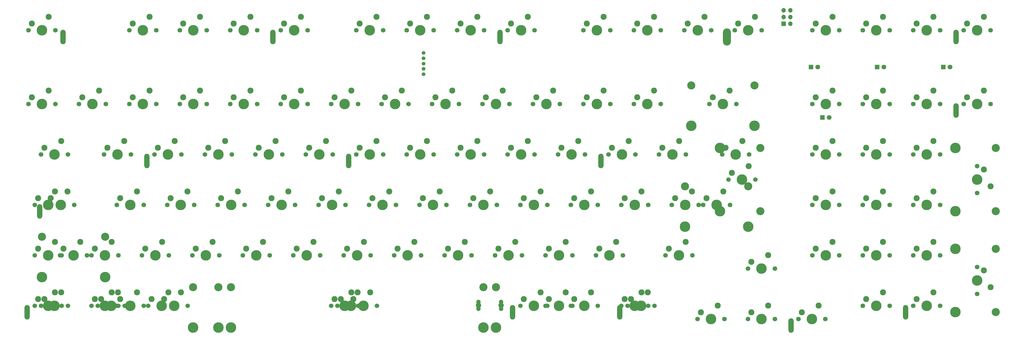
<source format=gbr>
%TF.GenerationSoftware,KiCad,Pcbnew,(5.99.0-9785-ga9f86c6f3d)*%
%TF.CreationDate,2021-09-01T12:36:29-04:00*%
%TF.ProjectId,nt980.dk,6e743938-302e-4646-9b2e-6b696361645f,rev?*%
%TF.SameCoordinates,Original*%
%TF.FileFunction,Soldermask,Top*%
%TF.FilePolarity,Negative*%
%FSLAX46Y46*%
G04 Gerber Fmt 4.6, Leading zero omitted, Abs format (unit mm)*
G04 Created by KiCad (PCBNEW (5.99.0-9785-ga9f86c6f3d)) date 2021-09-01 12:36:29*
%MOMM*%
%LPD*%
G01*
G04 APERTURE LIST*
%ADD10C,3.987800*%
%ADD11C,1.750000*%
%ADD12C,2.286000*%
%ADD13C,1.701800*%
%ADD14C,3.048000*%
%ADD15O,2.000000X5.500000*%
%ADD16O,3.000000X6.500000*%
%ADD17R,1.800000X1.800000*%
%ADD18C,1.800000*%
%ADD19C,2.000000*%
%ADD20O,1.700000X1.700000*%
%ADD21C,1.400000*%
%ADD22R,1.700000X1.700000*%
G04 APERTURE END LIST*
D10*
X257175000Y-9525000D03*
D11*
X252095000Y-9525000D03*
X262255000Y-9525000D03*
D12*
X259715000Y-4445000D03*
X253365000Y-6985000D03*
D10*
X276225000Y-9525000D03*
D11*
X281305000Y-9525000D03*
X271145000Y-9525000D03*
D12*
X278765000Y-4445000D03*
X272415000Y-6985000D03*
D10*
X238125000Y-9525000D03*
D11*
X243205000Y-9525000D03*
X233045000Y-9525000D03*
D12*
X240665000Y-4445000D03*
X234315000Y-6985000D03*
D11*
X166370000Y-9525000D03*
D10*
X171450000Y-9525000D03*
D11*
X176530000Y-9525000D03*
D12*
X173990000Y-4445000D03*
X167640000Y-6985000D03*
D11*
X195580000Y-9525000D03*
D10*
X190500000Y-9525000D03*
D11*
X185420000Y-9525000D03*
D12*
X193040000Y-4445000D03*
X186690000Y-6985000D03*
D11*
X213995000Y-9525000D03*
D10*
X219075000Y-9525000D03*
D11*
X224155000Y-9525000D03*
D12*
X221615000Y-4445000D03*
X215265000Y-6985000D03*
D11*
X147320000Y-9525000D03*
X157480000Y-9525000D03*
D10*
X152400000Y-9525000D03*
D12*
X154940000Y-4445000D03*
X148590000Y-6985000D03*
D11*
X128270000Y-9525000D03*
X138430000Y-9525000D03*
D10*
X133350000Y-9525000D03*
D12*
X135890000Y-4445000D03*
X129540000Y-6985000D03*
D11*
X99695000Y-9525000D03*
X109855000Y-9525000D03*
D10*
X104775000Y-9525000D03*
D12*
X107315000Y-4445000D03*
X100965000Y-6985000D03*
D10*
X66675000Y-9525000D03*
D11*
X71755000Y-9525000D03*
X61595000Y-9525000D03*
D12*
X69215000Y-4445000D03*
X62865000Y-6985000D03*
D10*
X47625000Y-9525000D03*
D11*
X42545000Y-9525000D03*
X52705000Y-9525000D03*
D12*
X50165000Y-4445000D03*
X43815000Y-6985000D03*
D10*
X9525000Y-9525000D03*
D11*
X14605000Y-9525000D03*
X4445000Y-9525000D03*
D12*
X12065000Y-4445000D03*
X5715000Y-6985000D03*
D10*
X85725000Y-9525000D03*
D11*
X90805000Y-9525000D03*
X80645000Y-9525000D03*
D12*
X88265000Y-4445000D03*
X81915000Y-6985000D03*
X216852500Y-108445000D03*
X210502500Y-110985000D03*
D13*
X209232500Y-113525000D03*
D10*
X214312500Y-113525000D03*
D13*
X219392500Y-113525000D03*
D12*
X197802500Y-108445000D03*
X191452500Y-110985000D03*
D13*
X190182500Y-113525000D03*
X200342500Y-113525000D03*
D10*
X195262500Y-113525000D03*
D11*
X276145000Y-118525000D03*
D10*
X281225000Y-118525000D03*
D11*
X286305000Y-118525000D03*
D12*
X283765000Y-113445000D03*
X277415000Y-115985000D03*
D10*
X9493250Y-102730000D03*
D11*
X16351250Y-94475000D03*
D10*
X21431250Y-94475000D03*
D14*
X9493250Y-87490000D03*
D10*
X33369250Y-102730000D03*
D14*
X33369250Y-87490000D03*
D11*
X26511250Y-94475000D03*
D12*
X23971250Y-89395000D03*
X17621250Y-91935000D03*
X128746250Y-108445000D03*
X122396250Y-110985000D03*
D13*
X121126250Y-113525000D03*
D10*
X76168250Y-121780000D03*
D14*
X76168250Y-106540000D03*
D10*
X126206250Y-113525000D03*
D14*
X176244250Y-106540000D03*
D13*
X131286250Y-113525000D03*
D10*
X176244250Y-121780000D03*
D11*
X267255000Y-118525000D03*
X257095000Y-118525000D03*
D10*
X262175000Y-118525000D03*
D12*
X264715000Y-113445000D03*
X258365000Y-115985000D03*
D11*
X269398750Y-75425000D03*
X259238750Y-75425000D03*
D10*
X264318750Y-75425000D03*
D14*
X252380750Y-68440000D03*
D10*
X276256750Y-83680000D03*
D14*
X276256750Y-68440000D03*
D10*
X252380750Y-83680000D03*
D12*
X266858750Y-70345000D03*
X260508750Y-72885000D03*
X238283750Y-108445000D03*
X231933750Y-110985000D03*
D13*
X240823750Y-113525000D03*
D10*
X235743750Y-113525000D03*
D13*
X230663750Y-113525000D03*
D12*
X14446250Y-108445000D03*
X8096250Y-110985000D03*
D13*
X16986250Y-113525000D03*
X6826250Y-113525000D03*
D10*
X11906250Y-113525000D03*
D11*
X276145000Y-99475000D03*
D10*
X281225000Y-99475000D03*
D11*
X286305000Y-99475000D03*
D12*
X283765000Y-94395000D03*
X277415000Y-96935000D03*
X35877500Y-108445000D03*
X29527500Y-110985000D03*
D13*
X38417500Y-113525000D03*
D10*
X33337500Y-113525000D03*
D13*
X28257500Y-113525000D03*
D10*
X250031250Y-94475000D03*
D11*
X255111250Y-94475000D03*
X244951250Y-94475000D03*
D12*
X252571250Y-89395000D03*
X246221250Y-91935000D03*
X57308750Y-108445000D03*
X50958750Y-110985000D03*
D13*
X49688750Y-113525000D03*
X59848750Y-113525000D03*
D10*
X54768750Y-113525000D03*
D11*
X218757500Y-94475000D03*
X228917500Y-94475000D03*
D10*
X223837500Y-94475000D03*
D12*
X226377500Y-89395000D03*
X220027500Y-91935000D03*
D11*
X190817500Y-94475000D03*
X180657500Y-94475000D03*
D10*
X185737500Y-94475000D03*
D12*
X188277500Y-89395000D03*
X181927500Y-91935000D03*
D11*
X199707500Y-94475000D03*
D10*
X204787500Y-94475000D03*
D11*
X209867500Y-94475000D03*
D12*
X207327500Y-89395000D03*
X200977500Y-91935000D03*
D11*
X161607500Y-94475000D03*
D10*
X166687500Y-94475000D03*
D11*
X171767500Y-94475000D03*
D12*
X169227500Y-89395000D03*
X162877500Y-91935000D03*
D11*
X142557500Y-94475000D03*
X152717500Y-94475000D03*
D10*
X147637500Y-94475000D03*
D12*
X150177500Y-89395000D03*
X143827500Y-91935000D03*
D10*
X128587500Y-94475000D03*
D11*
X133667500Y-94475000D03*
X123507500Y-94475000D03*
D12*
X131127500Y-89395000D03*
X124777500Y-91935000D03*
D11*
X114617500Y-94475000D03*
X104457500Y-94475000D03*
D10*
X109537500Y-94475000D03*
D12*
X112077500Y-89395000D03*
X105727500Y-91935000D03*
D11*
X95567500Y-94475000D03*
X85407500Y-94475000D03*
D10*
X90487500Y-94475000D03*
D12*
X93027500Y-89395000D03*
X86677500Y-91935000D03*
D10*
X71437500Y-94475000D03*
D11*
X76517500Y-94475000D03*
X66357500Y-94475000D03*
D12*
X73977500Y-89395000D03*
X67627500Y-91935000D03*
D10*
X233362500Y-75425000D03*
D11*
X238442500Y-75425000D03*
X228282500Y-75425000D03*
D12*
X235902500Y-70345000D03*
X229552500Y-72885000D03*
D10*
X52387500Y-94475000D03*
D11*
X57467500Y-94475000D03*
X47307500Y-94475000D03*
D12*
X54927500Y-89395000D03*
X48577500Y-91935000D03*
D11*
X181292500Y-75425000D03*
D10*
X176212500Y-75425000D03*
D11*
X171132500Y-75425000D03*
D12*
X178752500Y-70345000D03*
X172402500Y-72885000D03*
D10*
X138112500Y-75425000D03*
D11*
X133032500Y-75425000D03*
X143192500Y-75425000D03*
D12*
X140652500Y-70345000D03*
X134302500Y-72885000D03*
D10*
X100012500Y-75425000D03*
D11*
X105092500Y-75425000D03*
X94932500Y-75425000D03*
D12*
X102552500Y-70345000D03*
X96202500Y-72885000D03*
D11*
X200342500Y-75425000D03*
X190182500Y-75425000D03*
D10*
X195262500Y-75425000D03*
D12*
X197802500Y-70345000D03*
X191452500Y-72885000D03*
D11*
X152082500Y-75425000D03*
X162242500Y-75425000D03*
D10*
X157162500Y-75425000D03*
D12*
X159702500Y-70345000D03*
X153352500Y-72885000D03*
D11*
X86042500Y-75425000D03*
X75882500Y-75425000D03*
D10*
X80962500Y-75425000D03*
D12*
X83502500Y-70345000D03*
X77152500Y-72885000D03*
D11*
X124142500Y-75425000D03*
D10*
X119062500Y-75425000D03*
D11*
X113982500Y-75425000D03*
D12*
X121602500Y-70345000D03*
X115252500Y-72885000D03*
D11*
X66992500Y-75425000D03*
D10*
X61912500Y-75425000D03*
D11*
X56832500Y-75425000D03*
D12*
X64452500Y-70345000D03*
X58102500Y-72885000D03*
D11*
X276542500Y-56375000D03*
X266382500Y-56375000D03*
D10*
X271462500Y-56375000D03*
D12*
X274002500Y-51295000D03*
X267652500Y-53835000D03*
D11*
X166370000Y-56375000D03*
X176530000Y-56375000D03*
D10*
X171450000Y-56375000D03*
D12*
X173990000Y-51295000D03*
X167640000Y-53835000D03*
D11*
X33655000Y-37325000D03*
D10*
X28575000Y-37325000D03*
D11*
X23495000Y-37325000D03*
D12*
X31115000Y-32245000D03*
X24765000Y-34785000D03*
D11*
X195580000Y-56375000D03*
X185420000Y-56375000D03*
D10*
X190500000Y-56375000D03*
D12*
X193040000Y-51295000D03*
X186690000Y-53835000D03*
D10*
X123825000Y-37325000D03*
D11*
X118745000Y-37325000D03*
X128905000Y-37325000D03*
D12*
X126365000Y-32245000D03*
X120015000Y-34785000D03*
D10*
X219075000Y-37325000D03*
D11*
X224155000Y-37325000D03*
X213995000Y-37325000D03*
D12*
X221615000Y-32245000D03*
X215265000Y-34785000D03*
D10*
X180975000Y-37325000D03*
D11*
X186055000Y-37325000D03*
X175895000Y-37325000D03*
D12*
X183515000Y-32245000D03*
X177165000Y-34785000D03*
D10*
X104775000Y-37325000D03*
D11*
X99695000Y-37325000D03*
X109855000Y-37325000D03*
D12*
X107315000Y-32245000D03*
X100965000Y-34785000D03*
D11*
X138430000Y-56375000D03*
D10*
X133350000Y-56375000D03*
D11*
X128270000Y-56375000D03*
D12*
X135890000Y-51295000D03*
X129540000Y-53835000D03*
D11*
X9207500Y-56375000D03*
X19367500Y-56375000D03*
D10*
X14287500Y-56375000D03*
D12*
X16827500Y-51295000D03*
X10477500Y-53835000D03*
D10*
X209550000Y-56375000D03*
D11*
X214630000Y-56375000D03*
X204470000Y-56375000D03*
D12*
X212090000Y-51295000D03*
X205740000Y-53835000D03*
D10*
X95250000Y-56375000D03*
D11*
X100330000Y-56375000D03*
X90170000Y-56375000D03*
D12*
X97790000Y-51295000D03*
X91440000Y-53835000D03*
D10*
X76200000Y-56375000D03*
D11*
X71120000Y-56375000D03*
X81280000Y-56375000D03*
D12*
X78740000Y-51295000D03*
X72390000Y-53835000D03*
D10*
X85725000Y-37325000D03*
D11*
X90805000Y-37325000D03*
X80645000Y-37325000D03*
D12*
X88265000Y-32245000D03*
X81915000Y-34785000D03*
D10*
X161925000Y-37325000D03*
D11*
X167005000Y-37325000D03*
X156845000Y-37325000D03*
D12*
X164465000Y-32245000D03*
X158115000Y-34785000D03*
D10*
X142875000Y-37325000D03*
D11*
X147955000Y-37325000D03*
X137795000Y-37325000D03*
D12*
X145415000Y-32245000D03*
X139065000Y-34785000D03*
D11*
X109220000Y-56375000D03*
D10*
X114300000Y-56375000D03*
D11*
X119380000Y-56375000D03*
D12*
X116840000Y-51295000D03*
X110490000Y-53835000D03*
D10*
X42862500Y-75425000D03*
D11*
X47942500Y-75425000D03*
X37782500Y-75425000D03*
D12*
X45402500Y-70345000D03*
X39052500Y-72885000D03*
D11*
X61595000Y-37325000D03*
X71755000Y-37325000D03*
D10*
X66675000Y-37325000D03*
D12*
X69215000Y-32245000D03*
X62865000Y-34785000D03*
D11*
X219392500Y-75425000D03*
X209232500Y-75425000D03*
D10*
X214312500Y-75425000D03*
D12*
X216852500Y-70345000D03*
X210502500Y-72885000D03*
D11*
X14605000Y-37325000D03*
X4445000Y-37325000D03*
D10*
X9525000Y-37325000D03*
D12*
X12065000Y-32245000D03*
X5715000Y-34785000D03*
D11*
X243205000Y-37325000D03*
D10*
X238125000Y-37325000D03*
D11*
X233045000Y-37325000D03*
D12*
X240665000Y-32245000D03*
X234315000Y-34785000D03*
D11*
X205105000Y-37325000D03*
X194945000Y-37325000D03*
D10*
X200025000Y-37325000D03*
D12*
X202565000Y-32245000D03*
X196215000Y-34785000D03*
D11*
X52705000Y-37325000D03*
D10*
X47625000Y-37325000D03*
D11*
X42545000Y-37325000D03*
D12*
X50165000Y-32245000D03*
X43815000Y-34785000D03*
D10*
X16668750Y-75425000D03*
D11*
X21748750Y-75425000D03*
X11588750Y-75425000D03*
D12*
X19208750Y-70345000D03*
X12858750Y-72885000D03*
D11*
X62230000Y-56375000D03*
X52070000Y-56375000D03*
D10*
X57150000Y-56375000D03*
D12*
X59690000Y-51295000D03*
X53340000Y-53835000D03*
D11*
X157480000Y-56375000D03*
X147320000Y-56375000D03*
D10*
X152400000Y-56375000D03*
D12*
X154940000Y-51295000D03*
X148590000Y-53835000D03*
D11*
X242570000Y-56375000D03*
X252730000Y-56375000D03*
D10*
X247650000Y-56375000D03*
D12*
X250190000Y-51295000D03*
X243840000Y-53835000D03*
D10*
X38100000Y-56375000D03*
D11*
X33020000Y-56375000D03*
X43180000Y-56375000D03*
D12*
X40640000Y-51295000D03*
X34290000Y-53835000D03*
D10*
X343625000Y-113525000D03*
D11*
X338545000Y-113525000D03*
X348705000Y-113525000D03*
D12*
X346165000Y-108445000D03*
X339815000Y-110985000D03*
D11*
X329655000Y-113525000D03*
D10*
X324575000Y-113525000D03*
D11*
X319495000Y-113525000D03*
D12*
X327115000Y-108445000D03*
X320765000Y-110985000D03*
D11*
X338545000Y-9525000D03*
D10*
X343625000Y-9525000D03*
D11*
X348705000Y-9525000D03*
D12*
X346165000Y-4445000D03*
X339815000Y-6985000D03*
D10*
X324575000Y-9525000D03*
D11*
X319495000Y-9525000D03*
X329655000Y-9525000D03*
D12*
X327115000Y-4445000D03*
X320765000Y-6985000D03*
D11*
X300445000Y-9525000D03*
D10*
X305525000Y-9525000D03*
D11*
X310605000Y-9525000D03*
D12*
X308065000Y-4445000D03*
X301715000Y-6985000D03*
D10*
X343625000Y-94475000D03*
D11*
X338545000Y-94475000D03*
X348705000Y-94475000D03*
D12*
X346165000Y-89395000D03*
X339815000Y-91935000D03*
D11*
X310605000Y-94475000D03*
X300445000Y-94475000D03*
D10*
X305525000Y-94475000D03*
D12*
X308065000Y-89395000D03*
X301715000Y-91935000D03*
D10*
X324575000Y-94475000D03*
D11*
X329655000Y-94475000D03*
X319495000Y-94475000D03*
D12*
X327115000Y-89395000D03*
X320765000Y-91935000D03*
D11*
X319495000Y-75425000D03*
D10*
X324575000Y-75425000D03*
D11*
X329655000Y-75425000D03*
D12*
X327115000Y-70345000D03*
X320765000Y-72885000D03*
D10*
X343625000Y-75425000D03*
D11*
X338545000Y-75425000D03*
X348705000Y-75425000D03*
D12*
X346165000Y-70345000D03*
X339815000Y-72885000D03*
D10*
X305525000Y-75425000D03*
D11*
X310605000Y-75425000D03*
X300445000Y-75425000D03*
D12*
X308065000Y-70345000D03*
X301715000Y-72885000D03*
D11*
X310605000Y-56375000D03*
D10*
X305525000Y-56375000D03*
D11*
X300445000Y-56375000D03*
D12*
X308065000Y-51295000D03*
X301715000Y-53835000D03*
D10*
X324575000Y-37325000D03*
D11*
X319495000Y-37325000D03*
X329655000Y-37325000D03*
D12*
X327115000Y-32245000D03*
X320765000Y-34785000D03*
D11*
X357595000Y-37325000D03*
X367755000Y-37325000D03*
D10*
X362675000Y-37325000D03*
D12*
X365215000Y-32245000D03*
X358865000Y-34785000D03*
D11*
X338545000Y-37325000D03*
X348705000Y-37325000D03*
D10*
X343625000Y-37325000D03*
D12*
X346165000Y-32245000D03*
X339815000Y-34785000D03*
D11*
X357595000Y-9525000D03*
D10*
X362675000Y-9525000D03*
D11*
X367755000Y-9525000D03*
D12*
X365215000Y-4445000D03*
X358865000Y-6985000D03*
D11*
X348705000Y-56375000D03*
D10*
X343625000Y-56375000D03*
D11*
X338545000Y-56375000D03*
D12*
X346165000Y-51295000D03*
X339815000Y-53835000D03*
D10*
X305525000Y-37325000D03*
D11*
X310605000Y-37325000D03*
X300445000Y-37325000D03*
D12*
X308065000Y-32245000D03*
X301715000Y-34785000D03*
D10*
X324575000Y-56375000D03*
D11*
X329655000Y-56375000D03*
X319495000Y-56375000D03*
D12*
X327115000Y-51295000D03*
X320765000Y-53835000D03*
D15*
X96772316Y-12041635D03*
X182497316Y-12041635D03*
X354672316Y-12041635D03*
X354672316Y-39841635D03*
X335622316Y-116041635D03*
X49147316Y-58891635D03*
X125347316Y-58891635D03*
D10*
X228600000Y-56375000D03*
D11*
X223520000Y-56375000D03*
X233680000Y-56375000D03*
D12*
X231140000Y-51295000D03*
X224790000Y-53835000D03*
D15*
X8666066Y-77941635D03*
X3903566Y-116041635D03*
X187259816Y-116041635D03*
X227741066Y-116041635D03*
D10*
X300275000Y-118525000D03*
D11*
X305355000Y-118525000D03*
X295195000Y-118525000D03*
D12*
X302815000Y-113445000D03*
X296465000Y-115985000D03*
D16*
X268222316Y-12041635D03*
D11*
X257492694Y-75424984D03*
D10*
X252412694Y-75424984D03*
D11*
X247332694Y-75424984D03*
D12*
X254952694Y-70344984D03*
X248602694Y-72884984D03*
D10*
X33337510Y-94475000D03*
D11*
X28257510Y-94475000D03*
X38417510Y-94475000D03*
D12*
X35877510Y-89395000D03*
X29527510Y-91935000D03*
X14446242Y-89395000D03*
X8096242Y-91935000D03*
D10*
X11906242Y-94475000D03*
D13*
X16986242Y-94475000D03*
X6826242Y-94475000D03*
D10*
X265588962Y-53961976D03*
D12*
X276383962Y-60819976D03*
X270033962Y-63359976D03*
D14*
X280828962Y-77837976D03*
D10*
X265588962Y-77837976D03*
D14*
X280828962Y-53961976D03*
D13*
X278923962Y-65899976D03*
X268763962Y-65899976D03*
D10*
X273843962Y-65899976D03*
X266700000Y-37325000D03*
D14*
X278638000Y-30340000D03*
D10*
X254762000Y-45580000D03*
D11*
X261620000Y-37325000D03*
X271780000Y-37325000D03*
D14*
X254762000Y-30340000D03*
D10*
X278638000Y-45580000D03*
D12*
X269240000Y-32245000D03*
X262890000Y-34785000D03*
D17*
X324905000Y-23425000D03*
D18*
X327445000Y-23425000D03*
D17*
X349905000Y-23425000D03*
D18*
X352445000Y-23425000D03*
D17*
X299905000Y-23425000D03*
D18*
X302445000Y-23425000D03*
D17*
X304230000Y-42405000D03*
D18*
X306770000Y-42405000D03*
D19*
X182926500Y-113402000D03*
D20*
X174353500Y-114647000D03*
D12*
X14452500Y-70345000D03*
X8102500Y-72885000D03*
D13*
X16992500Y-75425000D03*
X6832500Y-75425000D03*
D10*
X11912500Y-75425000D03*
D12*
X235902500Y-108445000D03*
X229552500Y-110985000D03*
D13*
X238442500Y-113525000D03*
D10*
X233362500Y-113525000D03*
D13*
X228282500Y-113525000D03*
D10*
X354420000Y-53962000D03*
D11*
X362675000Y-70980000D03*
X362675000Y-60820000D03*
D10*
X354420000Y-77838000D03*
D14*
X369660000Y-77838000D03*
D10*
X362675000Y-65900000D03*
D14*
X369660000Y-53962000D03*
D12*
X367755000Y-68440000D03*
X365215000Y-62090000D03*
D10*
X66620750Y-121780000D03*
D14*
X66620750Y-106540000D03*
X180984250Y-106540000D03*
D10*
X180984250Y-121780000D03*
D12*
X126342500Y-108445000D03*
X119992500Y-110985000D03*
D13*
X118722500Y-113525000D03*
D10*
X123802500Y-113525000D03*
D13*
X128882500Y-113525000D03*
D12*
X45390000Y-108445000D03*
X39040000Y-110985000D03*
D13*
X47930000Y-113525000D03*
D10*
X42850000Y-113525000D03*
D13*
X37770000Y-113525000D03*
D15*
X292371158Y-121041635D03*
D12*
X207312500Y-108445000D03*
X200962500Y-110985000D03*
D13*
X209852500Y-113525000D03*
D10*
X204772500Y-113525000D03*
D13*
X199692500Y-113525000D03*
D11*
X362675000Y-98920000D03*
D14*
X369660000Y-115938000D03*
D10*
X362675000Y-104000000D03*
X354420000Y-92062000D03*
D14*
X369660000Y-92062000D03*
D10*
X354420000Y-115938000D03*
D11*
X362675000Y-109080000D03*
D12*
X367755000Y-106540000D03*
X365215000Y-100190000D03*
X16832500Y-108445000D03*
X10482500Y-110985000D03*
D13*
X19372500Y-113525000D03*
D10*
X14292500Y-113525000D03*
D13*
X9212500Y-113525000D03*
D15*
X220597316Y-58891635D03*
D21*
X153606500Y-24101000D03*
X153606500Y-26101000D03*
X153606500Y-18101000D03*
X153606500Y-20101000D03*
D20*
X182934500Y-112107000D03*
D12*
X62042500Y-108445000D03*
X55692500Y-110985000D03*
D13*
X64582500Y-113525000D03*
X54422500Y-113525000D03*
D10*
X59502500Y-113525000D03*
D19*
X174339500Y-113402000D03*
D20*
X182940500Y-114647000D03*
D12*
X38242500Y-108445000D03*
X31892500Y-110985000D03*
D13*
X40782500Y-113525000D03*
X30622500Y-113525000D03*
D10*
X35702500Y-113525000D03*
D21*
X153606500Y-22101000D03*
D12*
X133482500Y-108445000D03*
X127132500Y-110985000D03*
D13*
X125862500Y-113525000D03*
D10*
X80904500Y-121780000D03*
D14*
X80904500Y-106540000D03*
D10*
X130942500Y-113525000D03*
D14*
X180980500Y-106540000D03*
D13*
X136022500Y-113525000D03*
D10*
X180980500Y-121780000D03*
D20*
X174347500Y-112107000D03*
D22*
X289605000Y-7040000D03*
D20*
X292145000Y-7040000D03*
X289605000Y-4500000D03*
X292145000Y-4500000D03*
X289605000Y-1960000D03*
X292145000Y-1960000D03*
D15*
X17527684Y-12041635D03*
M02*

</source>
